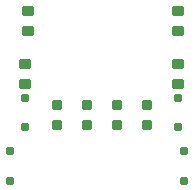
<source format=gtp>
G04 Layer_Color=8421504*
%FSLAX44Y44*%
%MOMM*%
G71*
G01*
G75*
G04:AMPARAMS|DCode=10|XSize=0.6mm|YSize=0.7mm|CornerRadius=0.075mm|HoleSize=0mm|Usage=FLASHONLY|Rotation=90.000|XOffset=0mm|YOffset=0mm|HoleType=Round|Shape=RoundedRectangle|*
%AMROUNDEDRECTD10*
21,1,0.6000,0.5500,0,0,90.0*
21,1,0.4500,0.7000,0,0,90.0*
1,1,0.1500,0.2750,0.2250*
1,1,0.1500,0.2750,-0.2250*
1,1,0.1500,-0.2750,-0.2250*
1,1,0.1500,-0.2750,0.2250*
%
%ADD10ROUNDEDRECTD10*%
G04:AMPARAMS|DCode=11|XSize=1mm|YSize=0.9mm|CornerRadius=0.1125mm|HoleSize=0mm|Usage=FLASHONLY|Rotation=180.000|XOffset=0mm|YOffset=0mm|HoleType=Round|Shape=RoundedRectangle|*
%AMROUNDEDRECTD11*
21,1,1.0000,0.6750,0,0,180.0*
21,1,0.7750,0.9000,0,0,180.0*
1,1,0.2250,-0.3875,0.3375*
1,1,0.2250,0.3875,0.3375*
1,1,0.2250,0.3875,-0.3375*
1,1,0.2250,-0.3875,-0.3375*
%
%ADD11ROUNDEDRECTD11*%
G04:AMPARAMS|DCode=12|XSize=0.8mm|YSize=0.8mm|CornerRadius=0.1mm|HoleSize=0mm|Usage=FLASHONLY|Rotation=270.000|XOffset=0mm|YOffset=0mm|HoleType=Round|Shape=RoundedRectangle|*
%AMROUNDEDRECTD12*
21,1,0.8000,0.6000,0,0,270.0*
21,1,0.6000,0.8000,0,0,270.0*
1,1,0.2000,-0.3000,-0.3000*
1,1,0.2000,-0.3000,0.3000*
1,1,0.2000,0.3000,0.3000*
1,1,0.2000,0.3000,-0.3000*
%
%ADD12ROUNDEDRECTD12*%
D10*
X72050Y22500D02*
D03*
Y47500D02*
D03*
X85000Y67500D02*
D03*
Y92500D02*
D03*
X215000Y92500D02*
D03*
Y67500D02*
D03*
X220000Y47500D02*
D03*
Y22500D02*
D03*
D11*
X87500Y149000D02*
D03*
Y166000D02*
D03*
X85000Y104000D02*
D03*
Y121000D02*
D03*
X215000Y149000D02*
D03*
Y166000D02*
D03*
Y104000D02*
D03*
Y121000D02*
D03*
D12*
X137300Y69800D02*
D03*
Y86800D02*
D03*
X111900Y69800D02*
D03*
Y86800D02*
D03*
X162700Y86800D02*
D03*
Y69800D02*
D03*
X188100Y86800D02*
D03*
Y69800D02*
D03*
M02*

</source>
